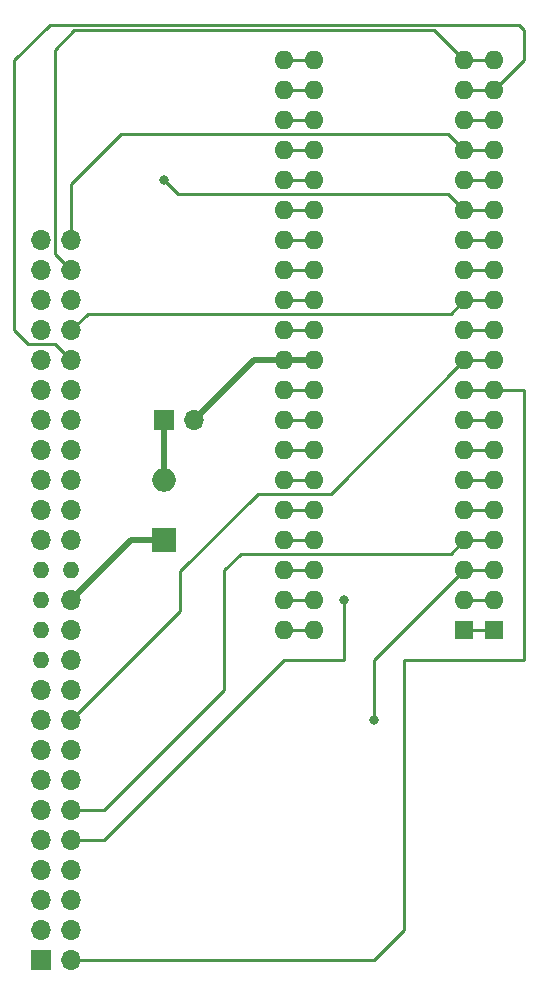
<source format=gbr>
%TF.GenerationSoftware,KiCad,Pcbnew,7.0.5-0*%
%TF.CreationDate,2023-05-30T18:10:52-04:00*%
%TF.ProjectId,SCSI adapter version 3,53435349-2061-4646-9170-746572207665,rev?*%
%TF.SameCoordinates,Original*%
%TF.FileFunction,Copper,L1,Top*%
%TF.FilePolarity,Positive*%
%FSLAX46Y46*%
G04 Gerber Fmt 4.6, Leading zero omitted, Abs format (unit mm)*
G04 Created by KiCad (PCBNEW 7.0.5-0) date 2023-05-30 18:10:52*
%MOMM*%
%LPD*%
G01*
G04 APERTURE LIST*
%TA.AperFunction,ComponentPad*%
%ADD10R,1.700000X1.700000*%
%TD*%
%TA.AperFunction,ComponentPad*%
%ADD11O,1.700000X1.700000*%
%TD*%
%TA.AperFunction,ComponentPad*%
%ADD12R,1.600000X1.600000*%
%TD*%
%TA.AperFunction,ComponentPad*%
%ADD13O,1.600000X1.600000*%
%TD*%
%TA.AperFunction,ComponentPad*%
%ADD14O,1.400000X1.400000*%
%TD*%
%TA.AperFunction,ComponentPad*%
%ADD15R,2.000000X2.000000*%
%TD*%
%TA.AperFunction,ComponentPad*%
%ADD16O,2.000000X2.000000*%
%TD*%
%TA.AperFunction,ViaPad*%
%ADD17C,0.800000*%
%TD*%
%TA.AperFunction,Conductor*%
%ADD18C,0.250000*%
%TD*%
%TA.AperFunction,Conductor*%
%ADD19C,0.500000*%
%TD*%
G04 APERTURE END LIST*
D10*
%TO.P,TermPWR,1*%
%TO.N,VDD/Tpower*%
X68580000Y-91440000D03*
D11*
%TO.P,TermPWR,2*%
X71120000Y-91440000D03*
%TD*%
D12*
%TO.P,<-Socket,1*%
%TO.N,N/C*%
X96520000Y-109220000D03*
D13*
%TO.P,<-Socket,2*%
%TO.N,D7*%
X96520000Y-106680000D03*
%TO.P,<-Socket,3*%
%TO.N,D6*%
X96520000Y-104140000D03*
%TO.P,<-Socket,4*%
%TO.N,D5*%
X96520000Y-101600000D03*
%TO.P,<-Socket,5*%
%TO.N,D4*%
X96520000Y-99060000D03*
%TO.P,<-Socket,6*%
%TO.N,D3*%
X96520000Y-96520000D03*
%TO.P,<-Socket,7*%
%TO.N,D2*%
X96520000Y-93980000D03*
%TO.P,<-Socket,8*%
%TO.N,D1*%
X96520000Y-91440000D03*
%TO.P,<-Socket,9*%
%TO.N,D0*%
X96520000Y-88900000D03*
%TO.P,<-Socket,10*%
%TO.N,parity*%
X96520000Y-86360000D03*
%TO.P,<-Socket,11*%
%TO.N,GND*%
X96520000Y-83820000D03*
%TO.P,<-Socket,12*%
%TO.N,SEL*%
X96520000Y-81280000D03*
%TO.P,<-Socket,13*%
%TO.N,BSY*%
X96520000Y-78740000D03*
%TO.P,<-Socket,14*%
%TO.N,ACK*%
X96520000Y-76200000D03*
%TO.P,<-Socket,15*%
%TO.N,ATN*%
X96520000Y-73660000D03*
%TO.P,<-Socket,16*%
%TO.N,RST*%
X96520000Y-71120000D03*
%TO.P,<-Socket,17*%
%TO.N,I/O*%
X96520000Y-68580000D03*
%TO.P,<-Socket,18*%
%TO.N,C/D*%
X96520000Y-66040000D03*
%TO.P,<-Socket,19*%
%TO.N,MSG*%
X96520000Y-63500000D03*
%TO.P,<-Socket,20*%
%TO.N,REQ*%
X96520000Y-60960000D03*
%TO.P,<-Socket,21*%
%TO.N,N/C*%
X81280000Y-60960000D03*
%TO.P,<-Socket,22*%
X81280000Y-63500000D03*
%TO.P,<-Socket,23*%
X81280000Y-66040000D03*
%TO.P,<-Socket,24*%
X81280000Y-68580000D03*
%TO.P,<-Socket,25*%
X81280000Y-71120000D03*
%TO.P,<-Socket,26*%
X81280000Y-73660000D03*
%TO.P,<-Socket,27*%
X81280000Y-76200000D03*
%TO.P,<-Socket,28*%
X81280000Y-78740000D03*
%TO.P,<-Socket,29*%
X81280000Y-81280000D03*
%TO.P,<-Socket,30*%
X81280000Y-83820000D03*
%TO.P,<-Socket,31*%
%TO.N,VDD/Tpower*%
X81280000Y-86360000D03*
%TO.P,<-Socket,32*%
%TO.N,N/C*%
X81280000Y-88900000D03*
%TO.P,<-Socket,33*%
X81280000Y-91440000D03*
%TO.P,<-Socket,34*%
X81280000Y-93980000D03*
%TO.P,<-Socket,35*%
X81280000Y-96520000D03*
%TO.P,<-Socket,36*%
X81280000Y-99060000D03*
%TO.P,<-Socket,37*%
X81280000Y-101600000D03*
%TO.P,<-Socket,38*%
X81280000Y-104140000D03*
%TO.P,<-Socket,39*%
X81280000Y-106680000D03*
%TO.P,<-Socket,40*%
X81280000Y-109220000D03*
%TD*%
D12*
%TO.P,<-Socket,1*%
%TO.N,N/C*%
X93980000Y-109220000D03*
D13*
%TO.P,<-Socket,2*%
%TO.N,D7*%
X93980000Y-106680000D03*
%TO.P,<-Socket,3*%
%TO.N,D6*%
X93980000Y-104140000D03*
%TO.P,<-Socket,4*%
%TO.N,D5*%
X93980000Y-101600000D03*
%TO.P,<-Socket,5*%
%TO.N,D4*%
X93980000Y-99060000D03*
%TO.P,<-Socket,6*%
%TO.N,D3*%
X93980000Y-96520000D03*
%TO.P,<-Socket,7*%
%TO.N,D2*%
X93980000Y-93980000D03*
%TO.P,<-Socket,8*%
%TO.N,D1*%
X93980000Y-91440000D03*
%TO.P,<-Socket,9*%
%TO.N,D0*%
X93980000Y-88900000D03*
%TO.P,<-Socket,10*%
%TO.N,parity*%
X93980000Y-86360000D03*
%TO.P,<-Socket,11*%
%TO.N,GND*%
X93980000Y-83820000D03*
%TO.P,<-Socket,12*%
%TO.N,SEL*%
X93980000Y-81280000D03*
%TO.P,<-Socket,13*%
%TO.N,BSY*%
X93980000Y-78740000D03*
%TO.P,<-Socket,14*%
%TO.N,ACK*%
X93980000Y-76200000D03*
%TO.P,<-Socket,15*%
%TO.N,ATN*%
X93980000Y-73660000D03*
%TO.P,<-Socket,16*%
%TO.N,RST*%
X93980000Y-71120000D03*
%TO.P,<-Socket,17*%
%TO.N,I/O*%
X93980000Y-68580000D03*
%TO.P,<-Socket,18*%
%TO.N,C/D*%
X93980000Y-66040000D03*
%TO.P,<-Socket,19*%
%TO.N,MSG*%
X93980000Y-63500000D03*
%TO.P,<-Socket,20*%
%TO.N,REQ*%
X93980000Y-60960000D03*
%TO.P,<-Socket,21*%
%TO.N,N/C*%
X78740000Y-60960000D03*
%TO.P,<-Socket,22*%
X78740000Y-63500000D03*
%TO.P,<-Socket,23*%
X78740000Y-66040000D03*
%TO.P,<-Socket,24*%
X78740000Y-68580000D03*
%TO.P,<-Socket,25*%
X78740000Y-71120000D03*
%TO.P,<-Socket,26*%
X78740000Y-73660000D03*
%TO.P,<-Socket,27*%
X78740000Y-76200000D03*
%TO.P,<-Socket,28*%
X78740000Y-78740000D03*
%TO.P,<-Socket,29*%
X78740000Y-81280000D03*
%TO.P,<-Socket,30*%
X78740000Y-83820000D03*
%TO.P,<-Socket,31*%
%TO.N,VDD/Tpower*%
X78740000Y-86360000D03*
%TO.P,<-Socket,32*%
%TO.N,N/C*%
X78740000Y-88900000D03*
%TO.P,<-Socket,33*%
X78740000Y-91440000D03*
%TO.P,<-Socket,34*%
X78740000Y-93980000D03*
%TO.P,<-Socket,35*%
X78740000Y-96520000D03*
%TO.P,<-Socket,36*%
X78740000Y-99060000D03*
%TO.P,<-Socket,37*%
X78740000Y-101600000D03*
%TO.P,<-Socket,38*%
X78740000Y-104140000D03*
%TO.P,<-Socket,39*%
X78740000Y-106680000D03*
%TO.P,<-Socket,40*%
X78740000Y-109220000D03*
%TD*%
D10*
%TO.P,SCSI50,1*%
%TO.N,GND*%
X58133089Y-137160000D03*
D11*
%TO.P,SCSI50,2*%
%TO.N,D0*%
X60673089Y-137160000D03*
%TO.P,SCSI50,3*%
%TO.N,GND*%
X58133089Y-134620000D03*
%TO.P,SCSI50,4*%
%TO.N,D1*%
X60673089Y-134620000D03*
%TO.P,SCSI50,5*%
%TO.N,GND*%
X58133089Y-132080000D03*
%TO.P,SCSI50,6*%
%TO.N,D2*%
X60673089Y-132080000D03*
%TO.P,SCSI50,7*%
%TO.N,GND*%
X58133089Y-129540000D03*
%TO.P,SCSI50,8*%
%TO.N,D3*%
X60673089Y-129540000D03*
%TO.P,SCSI50,9*%
%TO.N,GND*%
X58133089Y-127000000D03*
%TO.P,SCSI50,10*%
%TO.N,D4*%
X60673089Y-127000000D03*
%TO.P,SCSI50,11*%
%TO.N,GND*%
X58133089Y-124460000D03*
%TO.P,SCSI50,12*%
%TO.N,D5*%
X60673089Y-124460000D03*
%TO.P,SCSI50,13*%
%TO.N,GND*%
X58133089Y-121920000D03*
%TO.P,SCSI50,14*%
%TO.N,D6*%
X60673089Y-121920000D03*
%TO.P,SCSI50,15*%
%TO.N,GND*%
X58133089Y-119380000D03*
%TO.P,SCSI50,16*%
%TO.N,D7*%
X60673089Y-119380000D03*
%TO.P,SCSI50,17*%
%TO.N,GND*%
X58133089Y-116840000D03*
%TO.P,SCSI50,18*%
%TO.N,parity*%
X60673089Y-116840000D03*
%TO.P,SCSI50,19*%
%TO.N,GND*%
X58133089Y-114300000D03*
%TO.P,SCSI50,20*%
X60673089Y-114300000D03*
D14*
%TO.P,SCSI50,21*%
%TO.N,N/C*%
X58133089Y-111760000D03*
D11*
%TO.P,SCSI50,22*%
%TO.N,GND*%
X60673089Y-111760000D03*
D14*
%TO.P,SCSI50,23*%
%TO.N,N/C*%
X58133089Y-109220000D03*
D11*
%TO.P,SCSI50,24*%
X60673089Y-109220000D03*
D14*
%TO.P,SCSI50,25*%
X58133089Y-106680000D03*
D11*
%TO.P,SCSI50,26*%
%TO.N,VDD/Tpower*%
X60673089Y-106680000D03*
D14*
%TO.P,SCSI50,27*%
%TO.N,N/C*%
X58133089Y-104140000D03*
%TO.P,SCSI50,28*%
X60673089Y-104140000D03*
D11*
%TO.P,SCSI50,29*%
%TO.N,GND*%
X58133089Y-101600000D03*
%TO.P,SCSI50,30*%
X60673089Y-101600000D03*
%TO.P,SCSI50,31*%
X58133089Y-99060000D03*
%TO.P,SCSI50,32*%
%TO.N,ATN*%
X60673089Y-99060000D03*
%TO.P,SCSI50,33*%
%TO.N,GND*%
X58133089Y-96520000D03*
%TO.P,SCSI50,34*%
X60673089Y-96520000D03*
%TO.P,SCSI50,35*%
X58133089Y-93980000D03*
%TO.P,SCSI50,36*%
%TO.N,BSY*%
X60673089Y-93980000D03*
%TO.P,SCSI50,37*%
%TO.N,GND*%
X58133089Y-91440000D03*
%TO.P,SCSI50,38*%
%TO.N,ACK*%
X60673089Y-91440000D03*
%TO.P,SCSI50,39*%
%TO.N,GND*%
X58133089Y-88900000D03*
%TO.P,SCSI50,40*%
%TO.N,RST*%
X60673089Y-88900000D03*
%TO.P,SCSI50,41*%
%TO.N,GND*%
X58133089Y-86360000D03*
%TO.P,SCSI50,42*%
%TO.N,MSG*%
X60673089Y-86360000D03*
%TO.P,SCSI50,43*%
%TO.N,GND*%
X58133089Y-83820000D03*
%TO.P,SCSI50,44*%
%TO.N,SEL*%
X60673089Y-83820000D03*
%TO.P,SCSI50,45*%
%TO.N,GND*%
X58133089Y-81280000D03*
%TO.P,SCSI50,46*%
%TO.N,C/D*%
X60673089Y-81280000D03*
%TO.P,SCSI50,47*%
%TO.N,GND*%
X58133089Y-78740000D03*
%TO.P,SCSI50,48*%
%TO.N,REQ*%
X60673089Y-78740000D03*
%TO.P,SCSI50,49*%
%TO.N,GND*%
X58133089Y-76200000D03*
%TO.P,SCSI50,50*%
%TO.N,I/O*%
X60673089Y-76200000D03*
%TD*%
D15*
%TO.P,Diode,1*%
%TO.N,VDD/Tpower*%
X68580000Y-101600000D03*
D16*
%TO.P,Diode,2*%
X68580000Y-96520000D03*
%TD*%
D17*
%TO.N,D6*%
X86360000Y-116840000D03*
%TO.N,D4*%
X83820000Y-106680000D03*
%TO.N,ATN*%
X68580000Y-71120000D03*
%TD*%
D18*
%TO.N,*%
X78740000Y-81280000D02*
X81280000Y-81280000D01*
X78740000Y-60960000D02*
X81280000Y-60960000D01*
X78740000Y-93980000D02*
X81280000Y-93980000D01*
X78740000Y-66040000D02*
X81280000Y-66040000D01*
X78740000Y-91440000D02*
X81280000Y-91440000D01*
X78740000Y-83820000D02*
X81280000Y-83820000D01*
X78740000Y-63500000D02*
X81280000Y-63500000D01*
X78740000Y-71120000D02*
X81280000Y-71120000D01*
X78740000Y-109220000D02*
X81280000Y-109220000D01*
X78740000Y-88900000D02*
X81280000Y-88900000D01*
X78740000Y-101600000D02*
X81280000Y-101600000D01*
X78740000Y-99060000D02*
X81280000Y-99060000D01*
X93980000Y-109220000D02*
X96520000Y-109220000D01*
X78740000Y-78740000D02*
X81280000Y-78740000D01*
X78740000Y-68580000D02*
X81280000Y-68580000D01*
X78740000Y-106680000D02*
X81280000Y-106680000D01*
X78740000Y-96520000D02*
X81280000Y-96520000D01*
X78740000Y-76200000D02*
X81280000Y-76200000D01*
X78740000Y-73660000D02*
X81280000Y-73660000D01*
X78740000Y-104140000D02*
X81280000Y-104140000D01*
%TO.N,GND*%
X93980000Y-83820000D02*
X96520000Y-83820000D01*
%TO.N,D7*%
X93980000Y-106680000D02*
X96520000Y-106680000D01*
%TO.N,D6*%
X86360000Y-116840000D02*
X86360000Y-111760000D01*
X86360000Y-111760000D02*
X93980000Y-104140000D01*
X93980000Y-104140000D02*
X96520000Y-104140000D01*
%TO.N,D5*%
X73660000Y-104140000D02*
X73660000Y-114300000D01*
X73660000Y-114300000D02*
X63500000Y-124460000D01*
X93980000Y-101600000D02*
X96520000Y-101600000D01*
X92855000Y-102725000D02*
X75075000Y-102725000D01*
X75075000Y-102725000D02*
X73660000Y-104140000D01*
X63500000Y-124460000D02*
X60673089Y-124460000D01*
X93980000Y-101600000D02*
X92855000Y-102725000D01*
%TO.N,D4*%
X93980000Y-99060000D02*
X96520000Y-99060000D01*
X78740000Y-111760000D02*
X63500000Y-127000000D01*
X63500000Y-127000000D02*
X60673089Y-127000000D01*
X83820000Y-106680000D02*
X83820000Y-111760000D01*
X83820000Y-111760000D02*
X78740000Y-111760000D01*
%TO.N,D3*%
X93980000Y-96520000D02*
X96520000Y-96520000D01*
%TO.N,D2*%
X93980000Y-93980000D02*
X96520000Y-93980000D01*
%TO.N,D1*%
X93980000Y-91440000D02*
X96520000Y-91440000D01*
%TO.N,D0*%
X88900000Y-134620000D02*
X88900000Y-111760000D01*
X99060000Y-88900000D02*
X96520000Y-88900000D01*
X99060000Y-111760000D02*
X99060000Y-88900000D01*
X86360000Y-137160000D02*
X60673089Y-137160000D01*
X86360000Y-137160000D02*
X88900000Y-134620000D01*
X93980000Y-88900000D02*
X96520000Y-88900000D01*
X88900000Y-111760000D02*
X99060000Y-111760000D01*
%TO.N,I/O*%
X64915000Y-67165000D02*
X92565000Y-67165000D01*
X64915000Y-67165000D02*
X60673089Y-71406911D01*
X60673089Y-71406911D02*
X60673089Y-76200000D01*
X92565000Y-67165000D02*
X93980000Y-68580000D01*
X93980000Y-68580000D02*
X96520000Y-68580000D01*
%TO.N,REQ*%
X59308089Y-77375000D02*
X60673089Y-78740000D01*
X91440000Y-58420000D02*
X93980000Y-60960000D01*
X60960000Y-58420000D02*
X91440000Y-58420000D01*
X93980000Y-60960000D02*
X96520000Y-60960000D01*
X60960000Y-58420000D02*
X59308089Y-60071911D01*
X59308089Y-60071911D02*
X59308089Y-77375000D01*
%TO.N,MSG*%
X58870000Y-57970000D02*
X98610000Y-57970000D01*
X57055000Y-84995000D02*
X59308089Y-84995000D01*
X99060000Y-58420000D02*
X99060000Y-60960000D01*
X98610000Y-57970000D02*
X99060000Y-58420000D01*
X55880000Y-60960000D02*
X55880000Y-83820000D01*
X93980000Y-63500000D02*
X96520000Y-63500000D01*
X99060000Y-60960000D02*
X96520000Y-63500000D01*
X55880000Y-60960000D02*
X58870000Y-57970000D01*
X55880000Y-83820000D02*
X57055000Y-84995000D01*
X59308089Y-84995000D02*
X60673089Y-86360000D01*
%TO.N,SEL*%
X93980000Y-81280000D02*
X92855000Y-82405000D01*
X92855000Y-82405000D02*
X62088089Y-82405000D01*
X93980000Y-81280000D02*
X96520000Y-81280000D01*
X62088089Y-82405000D02*
X60673089Y-83820000D01*
%TO.N,BSY*%
X93980000Y-78740000D02*
X96520000Y-78740000D01*
%TO.N,RST*%
X93980000Y-71120000D02*
X96520000Y-71120000D01*
%TO.N,ATN*%
X93980000Y-73660000D02*
X96520000Y-73660000D01*
X68580000Y-71120000D02*
X69705000Y-72245000D01*
X69705000Y-72245000D02*
X92565000Y-72245000D01*
X92565000Y-72245000D02*
X93980000Y-73660000D01*
%TO.N,ACK*%
X93980000Y-76200000D02*
X96520000Y-76200000D01*
%TO.N,C/D*%
X93980000Y-66040000D02*
X96520000Y-66040000D01*
D19*
%TO.N,VDD/Tpower*%
X68580000Y-101600000D02*
X65753089Y-101600000D01*
X68580000Y-91440000D02*
X68580000Y-96520000D01*
X76200000Y-86360000D02*
X71120000Y-91440000D01*
X78740000Y-86360000D02*
X76200000Y-86360000D01*
X78740000Y-86360000D02*
X81280000Y-86360000D01*
X65753089Y-101600000D02*
X60673089Y-106680000D01*
D18*
%TO.N,parity*%
X82695000Y-97645000D02*
X93980000Y-86360000D01*
X93980000Y-86360000D02*
X96520000Y-86360000D01*
X69905000Y-107608089D02*
X69905000Y-104230000D01*
X69905000Y-104230000D02*
X76490000Y-97645000D01*
X60673089Y-116840000D02*
X69905000Y-107608089D01*
X76490000Y-97645000D02*
X82695000Y-97645000D01*
%TD*%
M02*

</source>
